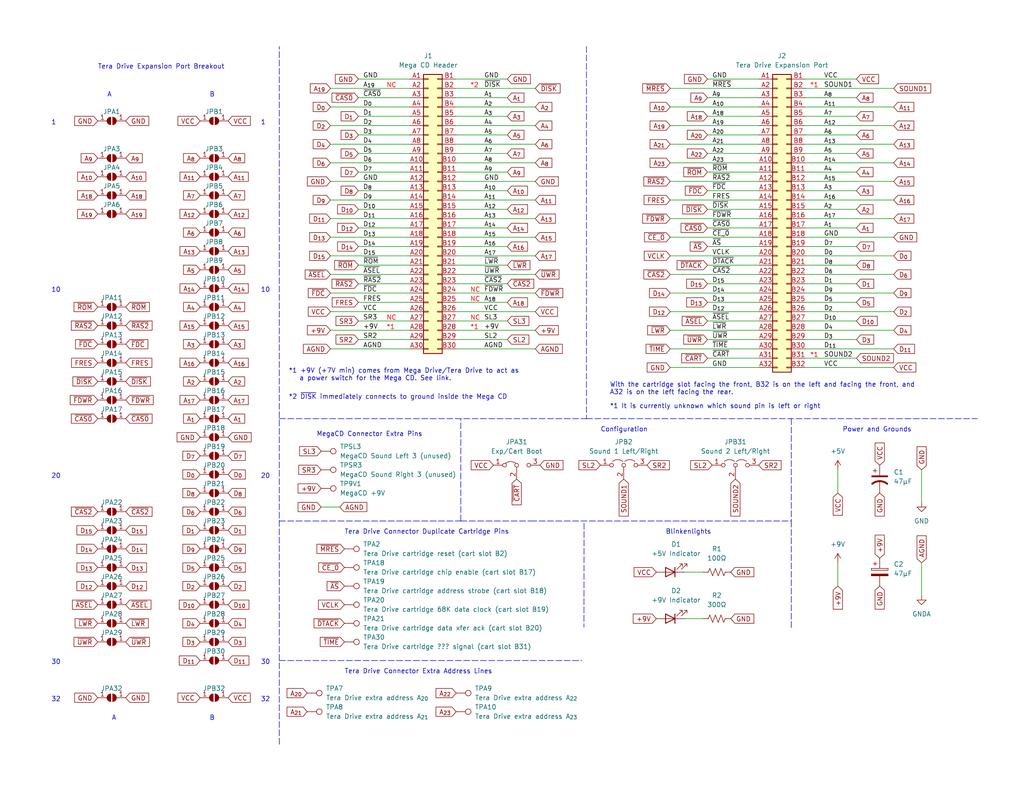
<source format=kicad_sch>
(kicad_sch (version 20230121) (generator eeschema)
  (paper "USLetter")
  (title_block (title "Sega Tera Drive MegaCD Adapter/Breakout") (date "2023-10-06") (rev "1") (company "@ZiggyTheHamster@ruby.social"))
  (wire (pts (xy 90.17 69.85) (xy 111.76 69.85)))
  (wire (pts (xy 124.46 24.13) (xy 146.05 24.13)))
  (wire (pts (xy 182.88 29.21) (xy 207.01 29.21)))
  (wire (pts (xy 219.71 34.29) (xy 243.84 34.29)))
  (wire (pts (xy 219.71 69.85) (xy 243.84 69.85)))
  (wire (pts (xy 219.71 97.79) (xy 233.68 97.79)))
  (wire (pts (xy 90.17 59.69) (xy 111.76 59.69)))
  (wire (pts (xy 193.04 41.91) (xy 207.01 41.91)))
  (wire (pts (xy 90.17 95.25) (xy 111.76 95.25)))
  (wire (pts (xy 219.71 54.61) (xy 243.84 54.61)))
  (wire (pts (xy 182.88 100.33) (xy 207.01 100.33)))
  (wire (pts (xy 124.46 92.71) (xy 138.43 92.71)))
  (wire (pts (xy 219.71 52.07) (xy 233.68 52.07)))
  (wire (pts (xy 182.88 80.01) (xy 207.01 80.01)))
  (wire (pts (xy 219.71 77.47) (xy 233.68 77.47)))
  (wire (pts (xy 251.46 153.67) (xy 251.46 162.56)))
  (wire (pts (xy 193.04 97.79) (xy 207.01 97.79)))
  (wire (pts (xy 124.46 46.99) (xy 138.43 46.99)))
  (wire (pts (xy 193.04 21.59) (xy 207.01 21.59)))
  (wire (pts (xy 193.04 72.39) (xy 207.01 72.39)))
  (wire (pts (xy 182.88 69.85) (xy 207.01 69.85)))
  (wire (pts (xy 124.46 90.17) (xy 146.05 90.17)))
  (wire (pts (xy 97.79 82.55) (xy 111.76 82.55)))
  (wire (pts (xy 90.17 44.45) (xy 111.76 44.45)))
  (wire (pts (xy 219.71 82.55) (xy 233.68 82.55)))
  (wire (pts (xy 219.71 57.15) (xy 233.68 57.15)))
  (wire (pts (xy 219.71 85.09) (xy 243.84 85.09)))
  (polyline (pts (xy 76.2 114.3) (xy 160.02 114.3)) (stroke (width 0) (type dash)))
  (wire (pts (xy 193.04 82.55) (xy 207.01 82.55)))
  (wire (pts (xy 182.88 64.77) (xy 207.01 64.77)))
  (wire (pts (xy 124.46 80.01) (xy 146.05 80.01)))
  (wire (pts (xy 124.46 77.47) (xy 138.43 77.47)))
  (wire (pts (xy 219.71 95.25) (xy 243.84 95.25)))
  (wire (pts (xy 219.71 87.63) (xy 233.68 87.63)))
  (wire (pts (xy 182.88 39.37) (xy 207.01 39.37)))
  (wire (pts (xy 182.88 59.69) (xy 207.01 59.69)))
  (wire (pts (xy 193.04 92.71) (xy 207.01 92.71)))
  (wire (pts (xy 97.79 87.63) (xy 111.76 87.63)))
  (polyline (pts (xy 215.9 114.3) (xy 215.9 142.24)) (stroke (width 0) (type dash)))
  (wire (pts (xy 182.88 85.09) (xy 207.01 85.09)))
  (wire (pts (xy 219.71 92.71) (xy 233.68 92.71)))
  (wire (pts (xy 219.71 26.67) (xy 233.68 26.67)))
  (wire (pts (xy 97.79 62.23) (xy 111.76 62.23)))
  (wire (pts (xy 97.79 31.75) (xy 111.76 31.75)))
  (wire (pts (xy 124.46 67.31) (xy 138.43 67.31)))
  (wire (pts (xy 193.04 57.15) (xy 207.01 57.15)))
  (wire (pts (xy 124.46 44.45) (xy 146.05 44.45)))
  (wire (pts (xy 90.17 80.01) (xy 111.76 80.01)))
  (wire (pts (xy 97.79 26.67) (xy 111.76 26.67)))
  (wire (pts (xy 193.04 52.07) (xy 207.01 52.07)))
  (wire (pts (xy 124.46 85.09) (xy 146.05 85.09)))
  (polyline (pts (xy 76.2 203.2) (xy 76.2 12.7)) (stroke (width 0) (type dash)))
  (wire (pts (xy 228.6 153.67) (xy 228.6 160.02)))
  (wire (pts (xy 97.79 67.31) (xy 111.76 67.31)))
  (wire (pts (xy 124.46 36.83) (xy 138.43 36.83)))
  (wire (pts (xy 182.88 74.93) (xy 207.01 74.93)))
  (wire (pts (xy 182.88 24.13) (xy 207.01 24.13)))
  (wire (pts (xy 97.79 21.59) (xy 111.76 21.59)))
  (polyline (pts (xy 125.73 142.24) (xy 125.73 114.3)) (stroke (width 0) (type dash)))
  (wire (pts (xy 97.79 57.15) (xy 111.76 57.15)))
  (wire (pts (xy 219.71 100.33) (xy 243.84 100.33)))
  (wire (pts (xy 97.79 46.99) (xy 111.76 46.99)))
  (wire (pts (xy 90.17 54.61) (xy 111.76 54.61)))
  (wire (pts (xy 90.17 24.13) (xy 111.76 24.13)))
  (wire (pts (xy 219.71 90.17) (xy 243.84 90.17)))
  (wire (pts (xy 97.79 52.07) (xy 111.76 52.07)))
  (polyline (pts (xy 215.9 142.24) (xy 215.9 171.45)) (stroke (width 0) (type dash)))
  (wire (pts (xy 219.71 31.75) (xy 233.68 31.75)))
  (wire (pts (xy 219.71 39.37) (xy 243.84 39.37)))
  (wire (pts (xy 193.04 31.75) (xy 207.01 31.75)))
  (wire (pts (xy 97.79 77.47) (xy 111.76 77.47)))
  (polyline (pts (xy 160.02 12.7) (xy 160.02 114.3)) (stroke (width 0) (type dash)))
  (wire (pts (xy 124.46 26.67) (xy 138.43 26.67)))
  (wire (pts (xy 97.79 72.39) (xy 111.76 72.39)))
  (wire (pts (xy 219.71 44.45) (xy 243.84 44.45)))
  (wire (pts (xy 219.71 80.01) (xy 243.84 80.01)))
  (wire (pts (xy 193.04 77.47) (xy 207.01 77.47)))
  (wire (pts (xy 219.71 49.53) (xy 243.84 49.53)))
  (wire (pts (xy 219.71 29.21) (xy 243.84 29.21)))
  (polyline (pts (xy 76.2 180.34) (xy 144.78 180.34)) (stroke (width 0) (type dash)))
  (wire (pts (xy 219.71 72.39) (xy 233.68 72.39)))
  (wire (pts (xy 186.69 156.21) (xy 191.77 156.21)))
  (wire (pts (xy 124.46 87.63) (xy 138.43 87.63)))
  (wire (pts (xy 124.46 21.59) (xy 138.43 21.59)))
  (polyline (pts (xy 144.78 142.24) (xy 215.9 142.24)) (stroke (width 0) (type dash)))
  (wire (pts (xy 97.79 41.91) (xy 111.76 41.91)))
  (wire (pts (xy 124.46 82.55) (xy 138.43 82.55)))
  (wire (pts (xy 193.04 67.31) (xy 207.01 67.31)))
  (wire (pts (xy 90.17 64.77) (xy 111.76 64.77)))
  (polyline (pts (xy 144.78 180.34) (xy 158.75 180.34)) (stroke (width 0) (type dash)))
  (wire (pts (xy 124.46 59.69) (xy 146.05 59.69)))
  (polyline (pts (xy 159.3608 142.8354) (xy 159.3312 171.2395)) (stroke (width 0) (type dash)))
  (polyline (pts (xy 76.2 142.24) (xy 125.73 142.24)) (stroke (width 0) (type dash)))
  (wire (pts (xy 124.46 69.85) (xy 146.05 69.85)))
  (wire (pts (xy 219.71 62.23) (xy 233.68 62.23)))
  (wire (pts (xy 124.46 54.61) (xy 146.05 54.61)))
  (wire (pts (xy 219.71 67.31) (xy 233.68 67.31)))
  (wire (pts (xy 219.71 59.69) (xy 243.84 59.69)))
  (wire (pts (xy 90.17 49.53) (xy 111.76 49.53)))
  (wire (pts (xy 182.88 49.53) (xy 207.01 49.53)))
  (wire (pts (xy 87.63 138.43) (xy 92.71 138.43)))
  (wire (pts (xy 124.46 41.91) (xy 138.43 41.91)))
  (wire (pts (xy 228.6 128.27) (xy 228.6 134.62)))
  (wire (pts (xy 90.17 74.93) (xy 111.76 74.93)))
  (wire (pts (xy 193.04 26.67) (xy 207.01 26.67)))
  (wire (pts (xy 182.88 95.25) (xy 207.01 95.25)))
  (wire (pts (xy 219.71 41.91) (xy 233.68 41.91)))
  (wire (pts (xy 124.46 34.29) (xy 146.05 34.29)))
  (wire (pts (xy 186.69 168.91) (xy 191.77 168.91)))
  (wire (pts (xy 219.71 21.59) (xy 233.68 21.59)))
  (wire (pts (xy 124.46 31.75) (xy 138.43 31.75)))
  (wire (pts (xy 219.71 36.83) (xy 233.68 36.83)))
  (wire (pts (xy 124.46 95.25) (xy 146.05 95.25)))
  (wire (pts (xy 124.46 57.15) (xy 138.43 57.15)))
  (wire (pts (xy 193.04 46.99) (xy 207.01 46.99)))
  (polyline (pts (xy 160.02 114.3) (xy 266.7 114.3)) (stroke (width 0) (type dash)))
  (wire (pts (xy 124.46 39.37) (xy 146.05 39.37)))
  (wire (pts (xy 182.88 90.17) (xy 207.01 90.17)))
  (wire (pts (xy 124.46 62.23) (xy 138.43 62.23)))
  (wire (pts (xy 193.04 36.83) (xy 207.01 36.83)))
  (wire (pts (xy 182.88 34.29) (xy 207.01 34.29)))
  (wire (pts (xy 90.17 90.17) (xy 111.76 90.17)))
  (wire (pts (xy 193.04 62.23) (xy 207.01 62.23)))
  (wire (pts (xy 193.04 87.63) (xy 207.01 87.63)))
  (wire (pts (xy 124.46 52.07) (xy 138.43 52.07)))
  (wire (pts (xy 124.46 74.93) (xy 146.05 74.93)))
  (wire (pts (xy 219.71 64.77) (xy 243.84 64.77)))
  (wire (pts (xy 97.79 92.71) (xy 111.76 92.71)))
  (wire (pts (xy 182.88 44.45) (xy 207.01 44.45)))
  (wire (pts (xy 90.17 85.09) (xy 111.76 85.09)))
  (wire (pts (xy 90.17 29.21) (xy 111.76 29.21)))
  (wire (pts (xy 124.46 72.39) (xy 138.43 72.39)))
  (wire (pts (xy 251.46 128.27) (xy 251.46 137.16)))
  (wire (pts (xy 97.79 36.83) (xy 111.76 36.83)))
  (wire (pts (xy 219.71 24.13) (xy 243.84 24.13)))
  (wire (pts (xy 124.46 29.21) (xy 146.05 29.21)))
  (wire (pts (xy 124.46 49.53) (xy 146.05 49.53)))
  (wire (pts (xy 124.46 64.77) (xy 146.05 64.77)))
  (wire (pts (xy 90.17 39.37) (xy 111.76 39.37)))
  (wire (pts (xy 219.71 74.93) (xy 243.84 74.93)))
  (wire (pts (xy 219.71 46.99) (xy 233.68 46.99)))
  (polyline (pts (xy 125.73 142.24) (xy 144.78 142.24)) (stroke (width 0) (type dash)))
  (wire (pts (xy 182.88 54.61) (xy 207.01 54.61)))
  (wire (pts (xy 90.17 34.29) (xy 111.76 34.29)))
  (text "*1" (at 220.98 24.13 0) (effects (font (size 1.27 1.27)) (justify left bottom)))
  (text "Tera Drive Connector Extra Address Lines" (at 93.98 184.15 0) (effects (font (size 1.27 1.27)) (justify left bottom)))
  (text "20" (at 71.12 130.81 0) (effects (font (size 1.27 1.27)) (justify left bottom)))
  (text "32" (at 13.97 191.77 0) (effects (font (size 1.27 1.27)) (justify left bottom)))
  (text "NC" (at 128.27 80.01 0) (effects (font (size 1.27 1.27)) (justify left bottom)))
  (text "A" (at 30.48 196.85 0) (effects (font (size 1.27 1.27)) (justify left bottom)))
  (text "With the cartridge slot facing the front, B32 is on the left and facing the front, and\nA32 is on the left facing the rear." (at 166.37 107.95 0) (effects (font (size 1.27 1.27)) (justify left bottom)))
  (text "20" (at 13.97 130.81 0) (effects (font (size 1.27 1.27)) (justify left bottom)))
  (text "Blinkenlights" (at 181.61 146.05 0) (effects (font (size 1.27 1.27)) (justify left bottom)))
  (text "Power and Grounds" (at 229.87 118.11 0) (effects (font (size 1.27 1.27)) (justify left bottom)))
  (text "Configuration" (at 163.83 118.11 0) (effects (font (size 1.27 1.27)) (justify left bottom)))
  (text "NC" (at 128.27 82.55 0) (effects (font (size 1.27 1.27)) (justify left bottom)))
  (text "NC" (at 105.41 87.63 0) (effects (font (size 1.27 1.27)) (justify left bottom)))
  (text "*1 It is currently unknown which sound pin is left or right" (at 166.37 111.76 0) (effects (font (size 1.27 1.27)) (justify left bottom)))
  (text "Tera Drive Connector Duplicate Cartridge Pins" (at 93.98 146.05 0) (effects (font (size 1.27 1.27)) (justify left bottom)))
  (text "*1 +9V (+7V min) comes from Mega Drive/Tera Drive to act as\n   a power switch for the Mega CD. See link." (at 78.74 104.14 0) (effects (font (size 1.27 1.27)) (justify left bottom)))
  (text "30" (at 13.97 181.61 0) (effects (font (size 1.27 1.27)) (justify left bottom)))
  (text "30" (at 71.12 181.61 0) (effects (font (size 1.27 1.27)) (justify left bottom)))
  (text "10" (at 71.12 80.01 0) (effects (font (size 1.27 1.27)) (justify left bottom)))
  (text "*2 ~{DISK} immediately connects to ground inside the Mega CD" (at 78.74 109.22 0) (effects (font (size 1.27 1.27)) (justify left bottom)))
  (text "*1" (at 220.98 97.79 0) (effects (font (size 1.27 1.27)) (justify left bottom)))
  (text "A" (at 29.21 26.67 0) (effects (font (size 1.27 1.27)) (justify left bottom)))
  (text "B" (at 57.15 26.67 0) (effects (font (size 1.27 1.27)) (justify left bottom)))
  (text "MegaCD Connector Extra Pins" (at 86.36 119.38 0) (effects (font (size 1.27 1.27)) (justify left bottom)))
  (text "32" (at 71.12 191.77 0) (effects (font (size 1.27 1.27)) (justify left bottom)))
  (text "B" (at 57.15 196.85 0) (effects (font (size 1.27 1.27)) (justify left bottom)))
  (text "*2" (at 128.27 24.13 0) (effects (font (size 1.27 1.27)) (justify left bottom)))
  (text "1" (at 13.97 34.29 0) (effects (font (size 1.27 1.27)) (justify left bottom)))
  (text "NC" (at 128.27 87.63 0) (effects (font (size 1.27 1.27)) (justify left bottom)))
  (text "Tera Drive Expansion Port Breakout" (at 26.67 19.05 0) (effects (font (size 1.27 1.27)) (justify left bottom)))
  (text "1" (at 71.12 34.29 0) (effects (font (size 1.27 1.27)) (justify left bottom)))
  (text "*1" (at 105.41 90.17 0) (effects (font (size 1.27 1.27)) (justify left bottom)))
  (text "NC" (at 105.41 24.13 0) (effects (font (size 1.27 1.27)) (justify left bottom)))
  (text "10" (at 13.97 80.01 0) (effects (font (size 1.27 1.27)) (justify left bottom)))
  (text "*1" (at 128.27 90.17 0) (effects (font (size 1.27 1.27)) (justify left bottom)))
  (label "A_{19}" (at 99.06 24.13 0))
  (label "A_{19}" (at 194.31 34.29 0))
  (label "~{UWR}" (at 132.08 74.93 0))
  (label "D_{14}" (at 194.31 80.01 0))
  (label "A_{15}" (at 132.08 64.77 0))
  (label "A_{23}" (at 194.31 44.45 0))
  (label "VCC" (at 132.08 85.09 0))
  (label "A_{12}" (at 224.79 34.29 0))
  (label "GND" (at 194.31 100.33 0))
  (label "GND" (at 132.08 49.53 0))
  (label "A_{8}" (at 132.08 44.45 0))
  (label "D_{7}" (at 99.06 46.99 0))
  (label "D_{0}" (at 224.79 69.85 0))
  (label "VCC" (at 224.79 100.33 0))
  (label "A_{17}" (at 132.08 69.85 0))
  (label "D_{9}" (at 99.06 54.61 0))
  (label "A_{15}" (at 224.79 49.53 0))
  (label "~{ROM}" (at 99.06 72.39 0))
  (label "A_{18}" (at 194.31 31.75 0))
  (label "~{AS}" (at 194.31 67.31 0))
  (label "D_{13}" (at 194.31 82.55 0))
  (label "GND" (at 99.06 21.59 0))
  (label "SR2" (at 99.06 92.71 0))
  (label "A_{14}" (at 132.08 62.23 0))
  (label "A_{13}" (at 224.79 39.37 0))
  (label "D_{6}" (at 224.79 74.93 0))
  (label "A_{5}" (at 132.08 36.83 0))
  (label "D_{3}" (at 99.06 36.83 0))
  (label "D_{12}" (at 194.31 85.09 0))
  (label "A_{9}" (at 194.31 26.67 0))
  (label "D_{11}" (at 99.06 59.69 0))
  (label "GND" (at 194.31 21.59 0))
  (label "D_{10}" (at 224.79 87.63 0))
  (label "D_{13}" (at 99.06 64.77 0))
  (label "D_{4}" (at 224.79 90.17 0))
  (label "A_{2}" (at 132.08 29.21 0))
  (label "SL2" (at 132.08 92.71 0))
  (label "D_{3}" (at 224.79 92.71 0))
  (label "~{FDWR}" (at 194.31 59.69 0))
  (label "~{DISK}" (at 194.31 57.15 0))
  (label "VCLK" (at 194.31 69.85 0))
  (label "FRES" (at 99.06 82.55 0))
  (label "SR3" (at 99.06 87.63 0))
  (label "D_{0}" (at 99.06 29.21 0))
  (label "D_{11}" (at 224.79 95.25 0))
  (label "D_{5}" (at 99.06 41.91 0))
  (label "+9V" (at 99.06 90.17 0))
  (label "D_{1}" (at 99.06 31.75 0))
  (label "GND" (at 132.08 21.59 0))
  (label "A_{13}" (at 132.08 59.69 0))
  (label "GND" (at 224.79 64.77 0))
  (label "~{RAS2}" (at 194.31 49.53 0))
  (label "~{CAS2}" (at 194.31 74.93 0))
  (label "A_{18}" (at 132.08 82.55 0))
  (label "A_{20}" (at 194.31 36.83 0))
  (label "AGND" (at 132.08 95.25 0))
  (label "A_{7}" (at 132.08 41.91 0))
  (label "SL3" (at 132.08 87.63 0))
  (label "A_{7}" (at 224.79 31.75 0))
  (label "~{ASEL}" (at 194.31 87.63 0))
  (label "A_{9}" (at 132.08 46.99 0))
  (label "D_{8}" (at 99.06 52.07 0))
  (label "~{TIME}" (at 194.31 95.25 0))
  (label "VCC" (at 99.06 85.09 0))
  (label "~{CAS2}" (at 132.08 77.47 0))
  (label "VCC" (at 224.79 21.59 0))
  (label "A_{3}" (at 224.79 52.07 0))
  (label "~{RAS2}" (at 99.06 77.47 0))
  (label "~{UWR}" (at 194.31 92.71 0))
  (label "~{FDC}" (at 99.06 80.01 0))
  (label "A_{5}" (at 224.79 41.91 0))
  (label "A_{12}" (at 132.08 57.15 0))
  (label "D_{12}" (at 99.06 62.23 0))
  (label "A_{6}" (at 132.08 39.37 0))
  (label "FRES" (at 194.31 54.61 0))
  (label "+9V" (at 132.08 90.17 0))
  (label "~{LWR}" (at 132.08 72.39 0))
  (label "~{ASEL}" (at 99.06 74.93 0))
  (label "D_{2}" (at 224.79 85.09 0))
  (label "A_{10}" (at 194.31 29.21 0))
  (label "D_{2}" (at 99.06 34.29 0))
  (label "D_{5}" (at 224.79 82.55 0))
  (label "~{MRES}" (at 194.31 24.13 0))
  (label "~{FDC}" (at 194.31 52.07 0))
  (label "A_{17}" (at 224.79 59.69 0))
  (label "A_{10}" (at 132.08 52.07 0))
  (label "A_{6}" (at 224.79 36.83 0))
  (label "D_{1}" (at 224.79 77.47 0))
  (label "~{CE_0}" (at 194.31 64.77 0))
  (label "A_{1}" (at 132.08 26.67 0))
  (label "D_{4}" (at 99.06 39.37 0))
  (label "A_{4}" (at 132.08 34.29 0))
  (label "D_{10}" (at 99.06 57.15 0))
  (label "D_{8}" (at 224.79 72.39 0))
  (label "A_{2}" (at 224.79 57.15 0))
  (label "A_{11}" (at 132.08 54.61 0))
  (label "A_{14}" (at 224.79 44.45 0))
  (label "D_{15}" (at 99.06 69.85 0))
  (label "~{DISK}" (at 132.08 24.13 0))
  (label "A_{21}" (at 194.31 39.37 0))
  (label "D_{9}" (at 224.79 80.01 0))
  (label "AGND" (at 99.06 95.25 0))
  (label "D_{6}" (at 99.06 44.45 0))
  (label "SOUND2" (at 224.79 97.79 0))
  (label "A_{16}" (at 132.08 67.31 0))
  (label "~{DTACK}" (at 194.31 72.39 0))
  (label "~{LWR}" (at 194.31 90.17 0))
  (label "GND" (at 99.06 49.53 0))
  (label "~{CAS0}" (at 99.06 26.67 0))
  (label "A_{11}" (at 224.79 29.21 0))
  (label "~{ROM}" (at 194.31 46.99 0))
  (label "A_{4}" (at 224.79 46.99 0))
  (label "D_{7}" (at 224.79 67.31 0))
  (label "~{CART}" (at 194.31 97.79 0))
  (label "~{FDWR}" (at 132.08 80.01 0))
  (label "A_{8}" (at 224.79 26.67 0))
  (label "A_{16}" (at 224.79 54.61 0))
  (label "D_{14}" (at 99.06 67.31 0))
  (label "D_{15}" (at 194.31 77.47 0))
  (label "A_{22}" (at 194.31 41.91 0))
  (label "SOUND1" (at 224.79 24.13 0))
  (label "A_{1}" (at 224.79 62.23 0))
  (label "~{CAS0}" (at 194.31 62.23 0))
  (label "A_{3}" (at 132.08 31.75 0))
  (global_label "GND" (shape input) (at 34.29 33.02 0) (property "Intersheetrefs" "${INTERSHEET_REFS}" (effects hide)))
  (global_label "~{CAS2}" (shape input) (at 34.29 139.7 0) (property "Intersheetrefs" "${INTERSHEET_REFS}" (effects hide)))
  (global_label "A_{14}" (shape input) (at 243.84 44.45 0) (property "Intersheetrefs" "${INTERSHEET_REFS}" (effects hide)))
  (global_label "D_{0}" (shape input) (at 243.84 69.85 0) (property "Intersheetrefs" "${INTERSHEET_REFS}" (effects hide)))
  (global_label "~{CAS0}" (shape input) (at 97.79 26.67 180) (property "Intersheetrefs" "${INTERSHEET_REFS}" (effects hide)))
  (global_label "A_{7}" (shape input) (at 233.68 31.75 0) (property "Intersheetrefs" "${INTERSHEET_REFS}" (effects hide)))
  (global_label "GND" (shape input) (at 251.46 128.27 90) (property "Intersheetrefs" "${INTERSHEET_REFS}" (effects hide)))
  (global_label "GND" (shape input) (at 240.03 134.62 270) (property "Intersheetrefs" "${INTERSHEET_REFS}" (effects hide)))
  (global_label "VCC" (shape input) (at 233.68 21.59 0) (property "Intersheetrefs" "${INTERSHEET_REFS}" (effects hide)))
  (global_label "D_{10}" (shape input) (at 62.23 165.1 0) (property "Intersheetrefs" "${INTERSHEET_REFS}" (effects hide)))
  (global_label "~{CAS2}" (shape input) (at 182.88 74.93 180) (property "Intersheetrefs" "${INTERSHEET_REFS}" (effects hide)))
  (global_label "~{AS}" (shape input) (at 193.04 67.31 180) (property "Intersheetrefs" "${INTERSHEET_REFS}" (effects hide)))
  (global_label "D_{12}" (shape input) (at 34.29 160.02 0) (property "Intersheetrefs" "${INTERSHEET_REFS}" (effects hide)))
  (global_label "A_{1}" (shape input) (at 54.61 114.3 180) (property "Intersheetrefs" "${INTERSHEET_REFS}" (effects hide)))
  (global_label "D_{2}" (shape input) (at 243.84 85.09 0) (property "Intersheetrefs" "${INTERSHEET_REFS}" (effects hide)))
  (global_label "D_{15}" (shape input) (at 193.04 77.47 180) (property "Intersheetrefs" "${INTERSHEET_REFS}" (effects hide)))
  (global_label "D_{11}" (shape input) (at 54.61 180.34 180) (property "Intersheetrefs" "${INTERSHEET_REFS}" (effects hide)))
  (global_label "A_{20}" (shape input) (at 83.82 189.23 180) (property "Intersheetrefs" "${INTERSHEET_REFS}" (effects hide)))
  (global_label "A_{8}" (shape input) (at 146.05 44.45 0) (property "Intersheetrefs" "${INTERSHEET_REFS}" (effects hide)))
  (global_label "D_{14}" (shape input) (at 34.29 149.86 0) (property "Intersheetrefs" "${INTERSHEET_REFS}" (effects hide)))
  (global_label "FRES" (shape input) (at 34.29 99.06 0) (property "Intersheetrefs" "${INTERSHEET_REFS}" (effects hide)))
  (global_label "~{CAS2}" (shape input) (at 26.67 139.7 180) (property "Intersheetrefs" "${INTERSHEET_REFS}" (effects hide)))
  (global_label "D_{15}" (shape input) (at 90.17 69.85 180) (property "Intersheetrefs" "${INTERSHEET_REFS}" (effects hide)))
  (global_label "A_{11}" (shape input) (at 146.05 54.61 0) (property "Intersheetrefs" "${INTERSHEET_REFS}" (effects hide)))
  (global_label "D_{6}" (shape input) (at 243.84 74.93 0) (property "Intersheetrefs" "${INTERSHEET_REFS}" (effects hide)))
  (global_label "A_{7}" (shape input) (at 54.61 53.34 180) (property "Intersheetrefs" "${INTERSHEET_REFS}" (effects hide)))
  (global_label "D_{9}" (shape input) (at 90.17 54.61 180) (property "Intersheetrefs" "${INTERSHEET_REFS}" (effects hide)))
  (global_label "A_{12}" (shape input) (at 62.23 58.42 0) (property "Intersheetrefs" "${INTERSHEET_REFS}" (effects hide)))
  (global_label "~{LWR}" (shape input) (at 182.88 90.17 180) (property "Intersheetrefs" "${INTERSHEET_REFS}" (effects hide)))
  (global_label "D_{6}" (shape input) (at 90.17 44.45 180) (property "Intersheetrefs" "${INTERSHEET_REFS}" (effects hide)))
  (global_label "GND" (shape input) (at 240.03 160.02 270) (property "Intersheetrefs" "${INTERSHEET_REFS}" (effects hide)))
  (global_label "~{AS}" (shape input) (at 93.98 160.02 180) (property "Intersheetrefs" "${INTERSHEET_REFS}" (effects hide)))
  (global_label "SR3" (shape input) (at 97.79 87.63 180) (property "Intersheetrefs" "${INTERSHEET_REFS}" (effects hide)))
  (global_label "A_{3}" (shape input) (at 138.43 31.75 0) (property "Intersheetrefs" "${INTERSHEET_REFS}" (effects hide)))
  (global_label "A_{9}" (shape input) (at 34.29 43.18 0) (property "Intersheetrefs" "${INTERSHEET_REFS}" (effects hide)))
  (global_label "~{LWR}" (shape input) (at 34.29 170.18 0) (property "Intersheetrefs" "${INTERSHEET_REFS}" (effects hide)))
  (global_label "D_{4}" (shape input) (at 54.61 170.18 180) (property "Intersheetrefs" "${INTERSHEET_REFS}" (effects hide)))
  (global_label "A_{9}" (shape input) (at 138.43 46.99 0) (property "Intersheetrefs" "${INTERSHEET_REFS}" (effects hide)))
  (global_label "A_{11}" (shape input) (at 54.61 48.26 180) (property "Intersheetrefs" "${INTERSHEET_REFS}" (effects hide)))
  (global_label "A_{11}" (shape input) (at 243.84 29.21 0) (property "Intersheetrefs" "${INTERSHEET_REFS}" (effects hide)))
  (global_label "D_{1}" (shape input) (at 97.79 31.75 180) (property "Intersheetrefs" "${INTERSHEET_REFS}" (effects hide)))
  (global_label "D_{3}" (shape input) (at 233.68 92.71 0) (property "Intersheetrefs" "${INTERSHEET_REFS}" (effects hide)))
  (global_label "~{RAS2}" (shape input) (at 182.88 49.53 180) (property "Intersheetrefs" "${INTERSHEET_REFS}" (effects hide)))
  (global_label "D_{13}" (shape input) (at 90.17 64.77 180) (property "Intersheetrefs" "${INTERSHEET_REFS}" (effects hide)))
  (global_label "A_{7}" (shape input) (at 138.43 41.91 0) (property "Intersheetrefs" "${INTERSHEET_REFS}" (effects hide)))
  (global_label "A_{5}" (shape input) (at 54.61 73.66 180) (property "Intersheetrefs" "${INTERSHEET_REFS}" (effects hide)))
  (global_label "VCC" (shape input) (at 62.23 190.5 0) (property "Intersheetrefs" "${INTERSHEET_REFS}" (effects hide)))
  (global_label "A_{19}" (shape input) (at 26.67 58.42 180) (property "Intersheetrefs" "${INTERSHEET_REFS}" (effects hide)))
  (global_label "SR3" (shape input) (at 87.63 128.27 180) (property "Intersheetrefs" "${INTERSHEET_REFS}" (effects hide)))
  (global_label "+9V" (shape input) (at 240.03 152.4 90) (property "Intersheetrefs" "${INTERSHEET_REFS}" (effects hide)))
  (global_label "A_{19}" (shape input) (at 34.29 58.42 0) (property "Intersheetrefs" "${INTERSHEET_REFS}" (effects hide)))
  (global_label "SOUND1" (shape input) (at 243.84 24.13 0) (property "Intersheetrefs" "${INTERSHEET_REFS}" (effects hide)))
  (global_label "VCLK" (shape input) (at 182.88 69.85 180) (property "Intersheetrefs" "${INTERSHEET_REFS}" (effects hide)))
  (global_label "D_{10}" (shape input) (at 54.61 165.1 180) (property "Intersheetrefs" "${INTERSHEET_REFS}" (effects hide)))
  (global_label "~{ASEL}" (shape input) (at 90.17 74.93 180) (property "Intersheetrefs" "${INTERSHEET_REFS}" (effects hide)))
  (global_label "A_{12}" (shape input) (at 54.61 58.42 180) (property "Intersheetrefs" "${INTERSHEET_REFS}" (effects hide)))
  (global_label "GND" (shape input) (at 97.79 21.59 180) (property "Intersheetrefs" "${INTERSHEET_REFS}" (effects hide)))
  (global_label "~{DTACK}" (shape input) (at 93.98 170.18 180) (property "Intersheetrefs" "${INTERSHEET_REFS}" (effects hide)))
  (global_label "GND" (shape input) (at 193.04 21.59 180) (property "Intersheetrefs" "${INTERSHEET_REFS}" (effects hide)))
  (global_label "~{UWR}" (shape input) (at 193.04 92.71 180) (property "Intersheetrefs" "${INTERSHEET_REFS}" (effects hide)))
  (global_label "A_{14}" (shape input) (at 62.23 78.74 0) (property "Intersheetrefs" "${INTERSHEET_REFS}" (effects hide)))
  (global_label "VCC" (shape input) (at 62.23 33.02 0) (property "Intersheetrefs" "${INTERSHEET_REFS}" (effects hide)))
  (global_label "D_{6}" (shape input) (at 54.61 139.7 180) (property "Intersheetrefs" "${INTERSHEET_REFS}" (effects hide)))
  (global_label "~{UWR}" (shape input) (at 34.29 175.26 0) (property "Intersheetrefs" "${INTERSHEET_REFS}" (effects hide)))
  (global_label "~{UWR}" (shape input) (at 146.05 74.93 0) (property "Intersheetrefs" "${INTERSHEET_REFS}" (effects hide)))
  (global_label "D_{13}" (shape input) (at 34.29 154.94 0) (property "Intersheetrefs" "${INTERSHEET_REFS}" (effects hide)))
  (global_label "A_{3}" (shape input) (at 62.23 93.98 0) (property "Intersheetrefs" "${INTERSHEET_REFS}" (effects hide)))
  (global_label "~{CE_0}" (shape input) (at 182.88 64.77 180) (property "Intersheetrefs" "${INTERSHEET_REFS}" (effects hide)))
  (global_label "D_{1}" (shape input) (at 62.23 144.78 0) (property "Intersheetrefs" "${INTERSHEET_REFS}" (effects hide)))
  (global_label "~{CAS2}" (shape input) (at 138.43 77.47 0) (property "Intersheetrefs" "${INTERSHEET_REFS}" (effects hide)))
  (global_label "D_{1}" (shape input) (at 54.61 144.78 180) (property "Intersheetrefs" "${INTERSHEET_REFS}" (effects hide)))
  (global_label "A_{16}" (shape input) (at 243.84 54.61 0) (property "Intersheetrefs" "${INTERSHEET_REFS}" (effects hide)))
  (global_label "A_{17}" (shape input) (at 146.05 69.85 0) (property "Intersheetrefs" "${INTERSHEET_REFS}" (effects hide)))
  (global_label "A_{15}" (shape input) (at 243.84 49.53 0) (property "Intersheetrefs" "${INTERSHEET_REFS}" (effects hide)))
  (global_label "A_{10}" (shape input) (at 34.29 48.26 0) (property "Intersheetrefs" "${INTERSHEET_REFS}" (effects hide)))
  (global_label "~{FDWR}" (shape input) (at 146.05 80.01 0) (property "Intersheetrefs" "${INTERSHEET_REFS}" (effects hide)))
  (global_label "D_{7}" (shape input) (at 97.79 46.99 180) (property "Intersheetrefs" "${INTERSHEET_REFS}" (effects hide)))
  (global_label "D_{5}" (shape input) (at 233.68 82.55 0) (property "Intersheetrefs" "${INTERSHEET_REFS}" (effects hide)))
  (global_label "D_{0}" (shape input) (at 90.17 29.21 180) (property "Intersheetrefs" "${INTERSHEET_REFS}" (effects hide)))
  (global_label "~{DISK}" (shape input) (at 146.05 24.13 0) (property "Intersheetrefs" "${INTERSHEET_REFS}" (effects hide)))
  (global_label "D_{5}" (shape input) (at 97.79 41.91 180) (property "Intersheetrefs" "${INTERSHEET_REFS}" (effects hide)))
  (global_label "GND" (shape input) (at 199.39 168.91 0) (property "Intersheetrefs" "${INTERSHEET_REFS}" (effects hide)))
  (global_label "SL3" (shape input) (at 87.63 123.19 180) (property "Intersheetrefs" "${INTERSHEET_REFS}" (effects hide)))
  (global_label "A_{13}" (shape input) (at 62.23 68.58 0) (property "Intersheetrefs" "${INTERSHEET_REFS}" (effects hide)))
  (global_label "~{TIME}" (shape input) (at 93.98 175.26 180) (property "Intersheetrefs" "${INTERSHEET_REFS}" (effects hide)))
  (global_label "A_{15}" (shape input) (at 54.61 88.9 180) (property "Intersheetrefs" "${INTERSHEET_REFS}" (effects hide)))
  (global_label "~{FDC}" (shape input) (at 34.29 93.98 0) (property "Intersheetrefs" "${INTERSHEET_REFS}" (effects hide)))
  (global_label "D_{7}" (shape input) (at 54.61 124.46 180) (property "Intersheetrefs" "${INTERSHEET_REFS}" (effects hide)))
  (global_label "A_{6}" (shape input) (at 62.23 63.5 0) (property "Intersheetrefs" "${INTERSHEET_REFS}" (effects hide)))
  (global_label "~{FDC}" (shape input) (at 90.17 80.01 180) (property "Intersheetrefs" "${INTERSHEET_REFS}" (effects hide)))
  (global_label "D_{9}" (shape input) (at 243.84 80.01 0) (property "Intersheetrefs" "${INTERSHEET_REFS}" (effects hide)))
  (global_label "A_{13}" (shape input) (at 243.84 39.37 0) (property "Intersheetrefs" "${INTERSHEET_REFS}" (effects hide)))
  (global_label "A_{23}" (shape input) (at 124.46 194.31 180) (property "Intersheetrefs" "${INTERSHEET_REFS}" (effects hide)))
  (global_label "A_{20}" (shape input) (at 193.04 36.83 180) (property "Intersheetrefs" "${INTERSHEET_REFS}" (effects hide)))
  (global_label "SOUND2" (shape input) (at 233.68 97.79 0) (property "Intersheetrefs" "${INTERSHEET_REFS}" (effects hide)))
  (global_label "VCC" (shape input) (at 228.6 134.62 270) (property "Intersheetrefs" "${INTERSHEET_REFS}" (effects hide)))
  (global_label "FRES" (shape input) (at 97.79 82.55 180) (property "Intersheetrefs" "${INTERSHEET_REFS}" (effects hide)))
  (global_label "VCC" (shape input) (at 243.84 100.33 0) (property "Intersheetrefs" "${INTERSHEET_REFS}" (effects hide)))
  (global_label "A_{4}" (shape input) (at 146.05 34.29 0) (property "Intersheetrefs" "${INTERSHEET_REFS}" (effects hide)))
  (global_label "A_{16}" (shape input) (at 138.43 67.31 0) (property "Intersheetrefs" "${INTERSHEET_REFS}" (effects hide)))
  (global_label "D_{8}" (shape input) (at 62.23 134.62 0) (property "Intersheetrefs" "${INTERSHEET_REFS}" (effects hide)))
  (global_label "A_{8}" (shape input) (at 62.23 43.18 0) (property "Intersheetrefs" "${INTERSHEET_REFS}" (effects hide)))
  (global_label "~{DISK}" (shape input) (at 193.04 57.15 180) (property "Intersheetrefs" "${INTERSHEET_REFS}" (effects hide)))
  (global_label "A_{18}" (shape input) (at 34.29 53.34 0) (property "Intersheetrefs" "${INTERSHEET_REFS}" (effects hide)))
  (global_label "D_{14}" (shape input) (at 97.79 67.31 180) (property "Intersheetrefs" "${INTERSHEET_REFS}" (effects hide)))
  (global_label "SR2" (shape input) (at 176.53 127 0) (property "Intersheetrefs" "${INTERSHEET_REFS}" (effects hide)))
  (global_label "A_{4}" (shape input) (at 54.61 83.82 180) (property "Intersheetrefs" "${INTERSHEET_REFS}" (effects hide)))
  (global_label "D_{10}" (shape input) (at 233.68 87.63 0) (property "Intersheetrefs" "${INTERSHEET_REFS}" (effects hide)))
  (global_label "A_{17}" (shape input) (at 62.23 109.22 0) (property "Intersheetrefs" "${INTERSHEET_REFS}" (effects hide)))
  (global_label "~{RAS2}" (shape input) (at 97.79 77.47 180) (property "Intersheetrefs" "${INTERSHEET_REFS}" (effects hide)))
  (global_label "GND" (shape input) (at 34.29 190.5 0) (property "Intersheetrefs" "${INTERSHEET_REFS}" (effects hide)))
  (global_label "~{ROM}" (shape input) (at 193.04 46.99 180) (property "Intersheetrefs" "${INTERSHEET_REFS}" (effects hide)))
  (global_label "~{ASEL}" (shape input) (at 193.04 87.63 180) (property "Intersheetrefs" "${INTERSHEET_REFS}" (effects hide)))
  (global_label "AGND" (shape input) (at 146.05 95.25 0) (property "Intersheetrefs" "${INTERSHEET_REFS}" (effects hide)))
  (global_label "D_{9}" (shape input) (at 54.61 149.86 180) (property "Intersheetrefs" "${INTERSHEET_REFS}" (effects hide)))
  (global_label "D_{7}" (shape input) (at 62.23 124.46 0) (property "Intersheetrefs" "${INTERSHEET_REFS}" (effects hide)))
  (global_label "A_{22}" (shape input) (at 193.04 41.91 180) (property "Intersheetrefs" "${INTERSHEET_REFS}" (effects hide)))
  (global_label "~{CAS0}" (shape input) (at 193.04 62.23 180) (property "Intersheetrefs" "${INTERSHEET_REFS}" (effects hide)))
  (global_label "VCC" (shape input) (at 240.03 127 90) (property "Intersheetrefs" "${INTERSHEET_REFS}" (effects hide)))
  (global_label "D_{1}" (shape input) (at 233.68 77.47 0) (property "Intersheetrefs" "${INTERSHEET_REFS}" (effects hide)))
  (global_label "D_{3}" (shape input) (at 54.61 175.26 180) (property "Intersheetrefs" "${INTERSHEET_REFS}" (effects hide)))
  (global_label "D_{12}" (shape input) (at 182.88 85.09 180) (property "Intersheetrefs" "${INTERSHEET_REFS}" (effects hide)))
  (global_label "A_{1}" (shape input) (at 138.43 26.67 0) (property "Intersheetrefs" "${INTERSHEET_REFS}" (effects hide)))
  (global_label "A_{14}" (shape input) (at 54.61 78.74 180) (property "Intersheetrefs" "${INTERSHEET_REFS}" (effects hide)))
  (global_label "GND" (shape input) (at 26.67 190.5 180) (property "Intersheetrefs" "${INTERSHEET_REFS}" (effects hide)))
  (global_label "D_{4}" (shape input) (at 90.17 39.37 180) (property "Intersheetrefs" "${INTERSHEET_REFS}" (effects hide)))
  (global_label "~{FDWR}" (shape input) (at 182.88 59.69 180) (property "Intersheetrefs" "${INTERSHEET_REFS}" (effects hide)))
  (global_label "A_{5}" (shape input) (at 138.43 36.83 0) (property "Intersheetrefs" "${INTERSHEET_REFS}" (effects hide)))
  (global_label "FRES" (shape input) (at 182.88 54.61 180) (property "Intersheetrefs" "${INTERSHEET_REFS}" (effects hide)))
  (global_label "~{FDWR}" (shape input) (at 34.29 109.22 0) (property "Intersheetrefs" "${INTERSHEET_REFS}" (effects hide)))
  (global_label "A_{21}" (shape input) (at 182.88 39.37 180) (property "Intersheetrefs" "${INTERSHEET_REFS}" (effects hide)))
  (global_label "A_{22}" (shape input) (at 124.46 189.23 180) (property "Intersheetrefs" "${INTERSHEET_REFS}" (effects hide)))
  (global_label "A_{6}" (shape input) (at 54.61 63.5 180) (property "Intersheetrefs" "${INTERSHEET_REFS}" (effects hide)))
  (global_label "A_{3}" (shape input) (at 233.68 52.07 0) (property "Intersheetrefs" "${INTERSHEET_REFS}" (effects hide)))
  (global_label "AGND" (shape input) (at 90.17 95.25 180) (property "Intersheetrefs" "${INTERSHEET_REFS}" (effects hide)))
  (global_label "SL3" (shape input) (at 138.43 87.63 0) (property "Intersheetrefs" "${INTERSHEET_REFS}" (effects hide)))
  (global_label "D_{13}" (shape input) (at 193.04 82.55 180) (property "Intersheetrefs" "${INTERSHEET_REFS}" (effects hide)))
  (global_label "A_{18}" (shape input) (at 138.43 82.55 0) (property "Intersheetrefs" "${INTERSHEET_REFS}" (effects hide)))
  (global_label "A_{5}" (shape input) (at 62.23 73.66 0) (property "Intersheetrefs" "${INTERSHEET_REFS}" (effects hide)))
  (global_label "A_{3}" (shape input) (at 54.61 93.98 180) (property "Intersheetrefs" "${INTERSHEET_REFS}" (effects hide)))
  (global_label "~{FDWR}" (shape input) (at 26.67 109.22 180) (property "Intersheetrefs" "${INTERSHEET_REFS}" (effects hide)))
  (global_label "+9V" (shape input) (at 228.6 160.02 270) (property "Intersheetrefs" "${INTERSHEET_REFS}" (effects hide)))
  (global_label "~{FDC}" (shape input) (at 26.67 93.98 180) (property "Intersheetrefs" "${INTERSHEET_REFS}" (effects hide)))
  (global_label "A_{10}" (shape input) (at 26.67 48.26 180) (property "Intersheetrefs" "${INTERSHEET_REFS}" (effects hide)))
  (global_label "A_{21}" (shape input) (at 83.82 194.31 180) (property "Intersheetrefs" "${INTERSHEET_REFS}" (effects hide)))
  (global_label "+9V" (shape input) (at 90.17 90.17 180) (property "Intersheetrefs" "${INTERSHEET_REFS}" (effects hide)))
  (global_label "A_{6}" (shape input) (at 233.68 36.83 0) (property "Intersheetrefs" "${INTERSHEET_REFS}" (effects hide)))
  (global_label "D_{12}" (shape input) (at 97.79 62.23 180) (property "Intersheetrefs" "${INTERSHEET_REFS}" (effects hide)))
  (global_label "VCC" (shape input) (at 90.17 85.09 180) (property "Intersheetrefs" "${INTERSHEET_REFS}" (effects hide)))
  (global_label "A_{13}" (shape input) (at 146.05 59.69 0) (property "Intersheetrefs" "${INTERSHEET_REFS}" (effects hide)))
  (global_label "SOUND1" (shape input) (at 170.18 130.81 270) (property "Intersheetrefs" "${INTERSHEET_REFS}" (effects hide)))
  (global_label "~{LWR}" (shape input) (at 26.67 170.18 180) (property "Intersheetrefs" "${INTERSHEET_REFS}" (effects hide)))
  (global_label "GND" (shape input) (at 243.84 64.77 0) (property "Intersheetrefs" "${INTERSHEET_REFS}" (effects hide)))
  (global_label "D_{2}" (shape input) (at 62.23 160.02 0) (property "Intersheetrefs" "${INTERSHEET_REFS}" (effects hide)))
  (global_label "A_{14}" (shape input) (at 138.43 62.23 0) (property "Intersheetrefs" "${INTERSHEET_REFS}" (effects hide)))
  (global_label "A_{11}" (shape input) (at 62.23 48.26 0) (property "Intersheetrefs" "${INTERSHEET_REFS}" (effects hide)))
  (global_label "A_{12}" (shape input) (at 138.43 57.15 0) (property "Intersheetrefs" "${INTERSHEET_REFS}" (effects hide)))
  (global_label "D_{14}" (shape input) (at 26.67 149.86 180) (property "Intersheetrefs" "${INTERSHEET_REFS}" (effects hide)))
  (global_label "D_{10}" (shape input) (at 97.79 57.15 180) (property "Intersheetrefs" "${INTERSHEET_REFS}" (effects hide)))
  (global_label "A_{10}" (shape input) (at 182.88 29.21 180) (property "Intersheetrefs" "${INTERSHEET_REFS}" (effects hide)))
  (global_label "~{MRES}" (shape input) (at 182.88 24.13 180) (property "Intersheetrefs" "${INTERSHEET_REFS}" (effects hide)))
  (global_label "D_{0}" (shape input) (at 54.61 129.54 180) (property "Intersheetrefs" "${INTERSHEET_REFS}" (effects hide)))
  (global_label "A_{9}" (shape input) (at 193.04 26.67 180) (property "Intersheetrefs" "${INTERSHEET_REFS}" (effects hide)))
  (global_label "~{MRES}" (shape input) (at 93.98 149.86 180) (property "Intersheetrefs" "${INTERSHEET_REFS}" (effects hide)))
  (global_label "~{DISK}" (shape input) (at 34.29 104.14 0) (property "Intersheetrefs" "${INTERSHEET_REFS}" (effects hide)))
  (global_label "D_{14}" (shape input) (at 182.88 80.01 180) (property "Intersheetrefs" "${INTERSHEET_REFS}" (effects hide)))
  (global_label "D_{15}" (shape input) (at 34.29 144.78 0) (property "Intersheetrefs" "${INTERSHEET_REFS}" (effects hide)))
  (global_label "A_{4}" (shape input) (at 233.68 46.99 0) (property "Intersheetrefs" "${INTERSHEET_REFS}" (effects hide)))
  (global_label "GND" (shape input) (at 182.88 100.33 180) (property "Intersheetrefs" "${INTERSHEET_REFS}" (effects hide)))
  (global_label "A_{2}" (shape input) (at 62.23 104.14 0) (property "Intersheetrefs" "${INTERSHEET_REFS}" (effects hide)))
  (global_label "A_{18}" (shape input) (at 193.04 31.75 180) (property "Intersheetrefs" "${INTERSHEET_REFS}" (effects hide)))
  (global_label "D_{8}" (shape input) (at 97.79 52.07 180) (property "Intersheetrefs" "${INTERSHEET_REFS}" (effects hide)))
  (global_label "A_{16}" (shape input) (at 62.23 99.06 0) (property "Intersheetrefs" "${INTERSHEET_REFS}" (effects hide)))
  (global_label "D_{5}" (shape input) (at 62.23 154.94 0) (property "Intersheetrefs" "${INTERSHEET_REFS}" (effects hide)))
  (global_label "D_{0}" (shape input) (at 62.23 129.54 0) (property "Intersheetrefs" "${INTERSHEET_REFS}" (effects hide)))
  (global_label "D_{12}" (shape input) (at 26.67 160.02 180) (property "Intersheetrefs" "${INTERSHEET_REFS}" (effects hide)))
  (global_label "GND" (shape input) (at 26.67 33.02 180) (property "Intersheetrefs" "${INTERSHEET_REFS}" (effects hide)))
  (global_label "~{ASEL}" (shape input) (at 34.29 165.1 0) (property "Intersheetrefs" "${INTERSHEET_REFS}" (effects hide)))
  (global_label "~{RAS2}" (shape input) (at 34.29 88.9 0) (property "Intersheetrefs" "${INTERSHEET_REFS}" (effects hide)))
  (global_label "A_{13}" (shape input) (at 54.61 68.58 180) (property "Intersheetrefs" "${INTERSHEET_REFS}" (effects hide)))
  (global_label "A_{7}" (shape input) (at 62.23 53.34 0) (property "Intersheetrefs" "${INTERSHEET_REFS}" (effects hide)))
  (global_label "D_{11}" (shape input) (at 243.84 95.25 0) (property "Intersheetrefs" "${INTERSHEET_REFS}" (effects hide)))
  (global_label "A_{19}" (shape input) (at 182.88 34.29 180) (property "Intersheetrefs" "${INTERSHEET_REFS}" (effects hide)))
  (global_label "~{LWR}" (shape input) (at 138.43 72.39 0) (property "Intersheetrefs" "${INTERSHEET_REFS}" (effects hide)))
  (global_label "SR2" (shape input) (at 97.79 92.71 180) (property "Intersheetrefs" "${INTERSHEET_REFS}" (effects hide)))
  (global_label "GND" (shape input) (at 147.32 127 0) (property "Intersheetrefs" "${INTERSHEET_REFS}" (effects hide)))
  (global_label "GND" (shape input) (at 138.43 21.59 0) (property "Intersheetrefs" "${INTERSHEET_REFS}" (effects hide)))
  (global_label "D_{6}" (shape input) (at 62.23 139.7 0) (property "Intersheetrefs" "${INTERSHEET_REFS}" (effects hide)))
  (global_label "SL2" (shape input) (at 138.43 92.71 0) (property "Intersheetrefs" "${INTERSHEET_REFS}" (effects hide)))
  (global_label "VCC" (shape input) (at 134.62 127 180) (property "Intersheetrefs" "${INTERSHEET_REFS}" (effects hide)))
  (global_label "SL2" (shape input) (at 163.83 127 180) (property "Intersheetrefs" "${INTERSHEET_REFS}" (effects hide)))
  (global_label "A_{17}" (shape input) (at 54.61 109.22 180) (property "Intersheetrefs" "${INTERSHEET_REFS}" (effects hide)))
  (global_label "~{CE_0}" (shape input) (at 93.98 154.94 180) (property "Intersheetrefs" "${INTERSHEET_REFS}" (effects hide)))
  (global_label "~{ROM}" (shape input) (at 26.67 83.82 180) (property "Intersheetrefs" "${INTERSHEET_REFS}" (effects hide)))
  (global_label "A_{23}" (shape input) (at 182.88 44.45 180) (property "Intersheetrefs" "${INTERSHEET_REFS}" (effects hide)))
  (global_label "GND" (shape input) (at 54.61 119.38 180) (property "Intersheetrefs" "${INTERSHEET_REFS}" (effects hide)))
  (global_label "D_{15}" (shape input) (at 26.67 144.78 180) (property "Intersheetrefs" "${INTERSHEET_REFS}" (effects hide)))
  (global_label "A_{8}" (shape input) (at 54.61 43.18 180) (property "Intersheetrefs" "${INTERSHEET_REFS}" (effects hide)))
  (global_label "AGND" (shape input) (at 92.71 138.43 0) (property "Intersheetrefs" "${INTERSHEET_REFS}" (effects hide)))
  (global_label "~{ROM}" (shape input) (at 97.79 72.39 180) (property "Intersheetrefs" "${INTERSHEET_REFS}" (effects hide)))
  (global_label "~{CAS0}" (shape input) (at 34.29 114.3 0) (property "Intersheetrefs" "${INTERSHEET_REFS}" (effects hide)))
  (global_label "+9V" (shape input) (at 146.05 90.17 0) (property "Intersheetrefs" "${INTERSHEET_REFS}" (effects hide)))
  (global_label "A_{17}" (shape input) (at 243.84 59.69 0) (property "Intersheetrefs" "${INTERSHEET_REFS}" (effects hide)))
  (global_label "D_{4}" (shape input) (at 243.84 90.17 0) (property "Intersheetrefs" "${INTERSHEET_REFS}" (effects hide)))
  (global_label "AGND" (shape input) (at 251.46 153.67 90) (property "Intersheetrefs" "${INTERSHEET_REFS}" (effects hide)))
  (global_label "A_{19}" (shape input) (at 90.17 24.13 180) (property "Intersheetrefs" "${INTERSHEET_REFS}" (effects hide)))
  (global_label "D_{13}" (shape input) (at 26.67 154.94 180) (property "Intersheetrefs" "${INTERSHEET_REFS}" (effects hide)))
  (global_label "D_{3}" (shape input) (at 62.23 175.26 0) (property "Intersheetrefs" "${INTERSHEET_REFS}" (effects hide)))
  (global_label "GND" (shape input) (at 87.63 138.43 180) (property "Intersheetrefs" "${INTERSHEET_REFS}" (effects hide)))
  (global_label "+9V" (shape input) (at 87.63 133.35 180) (property "Intersheetrefs" "${INTERSHEET_REFS}" (effects hide)))
  (global_label "GND" (shape input) (at 199.39 156.21 0) (property "Intersheetrefs" "${INTERSHEET_REFS}" (effects hide)))
  (global_label "D_{11}" (shape input) (at 90.17 59.69 180) (property "Intersheetrefs" "${INTERSHEET_REFS}" (effects hide)))
  (global_label "~{CAS0}" (shape input) (at 26.67 114.3 180) (property "Intersheetrefs" "${INTERSHEET_REFS}" (effects hide)))
  (global_label "D_{4}" (shape input) (at 62.23 170.18 0) (property "Intersheetrefs" "${INTERSHEET_REFS}" (effects hide)))
  (global_label "A_{15}" (shape input) (at 146.05 64.77 0) (property "Intersheetrefs" "${INTERSHEET_REFS}" (effects hide)))
  (global_label "~{DTACK}" (shape input) (at 193.04 72.39 180) (property "Intersheetrefs" "${INTERSHEET_REFS}" (effects hide)))
  (global_label "+9V" (shape input) (at 179.07 168.91 180) (property "Intersheetrefs" "${INTERSHEET_REFS}" (effects hide)))
  (global_label "A_{6}" (shape input) (at 146.05 39.37 0) (property "Intersheetrefs" "${INTERSHEET_REFS}" (effects hide)))
  (global_label "~{FDC}" (shape input) (at 193.04 52.07 180) (property "Intersheetrefs" "${INTERSHEET_REFS}" (effects hide)))
  (global_label "SOUND2" (shape input) (at 200.66 130.81 270) (property "Intersheetrefs" "${INTERSHEET_REFS}" (effects hide)))
  (global_label "~{RAS2}" (shape input) (at 26.67 88.9 180) (property "Intersheetrefs" "${INTERSHEET_REFS}" (effects hide)))
  (global_label "A_{2}" (shape input) (at 233.68 57.15 0) (property "Intersheetrefs" "${INTERSHEET_REFS}" (effects hide)))
  (global_label "~{UWR}" (shape input) (at 26.67 175.26 180) (property "Intersheetrefs" "${INTERSHEET_REFS}" (effects hide)))
  (global_label "D_{2}" (shape input) (at 54.61 160.02 180) (property "Intersheetrefs" "${INTERSHEET_REFS}" (effects hide)))
  (global_label "VCC" (shape input) (at 54.61 190.5 180) (property "Intersheetrefs" "${INTERSHEET_REFS}" (effects hide)))
  (global_label "D_{3}" (shape input) (at 97.79 36.83 180) (property "Intersheetrefs" "${INTERSHEET_REFS}" (effects hide)))
  (global_label "~{DISK}" (shape input) (at 26.67 104.14 180) (property "Intersheetrefs" "${INTERSHEET_REFS}" (effects hide)))
  (global_label "~{ASEL}" (shape input) (at 26.67 165.1 180) (property "Intersheetrefs" "${INTERSHEET_REFS}" (effects hide)))
  (global_label "A_{16}" (shape input) (at 54.61 99.06 180) (property "Intersheetrefs" "${INTERSHEET_REFS}" (effects hide)))
  (global_label "D_{5}" (shape input) (at 54.61 154.94 180) (property "Intersheetrefs" "${INTERSHEET_REFS}" (effects hide)))
  (global_label "D_{8}" (shape input) (at 233.68 72.39 0) (property "Intersheetrefs" "${INTERSHEET_REFS}" (effects hide)))
  (global_label "A_{1}" (shape input) (at 62.23 114.3 0) (property "Intersheetrefs" "${INTERSHEET_REFS}" (effects hide)))
  (global_label "A_{1}" (shape input) (at 233.68 62.23 0) (property "Intersheetrefs" "${INTERSHEET_REFS}" (effects hide)))
  (global_label "A_{2}" (shape input) (at 54.61 104.14 180) (property "Intersheetrefs" "${INTERSHEET_REFS}" (effects hide)))
  (global_label "GND" (shape input) (at 146.05 49.53 0) (property "Intersheetrefs" "${INTERSHEET_REFS}" (effects hide)))
  (global_label "~{CART}" (shape input) (at 140.97 130.81 270) (property "Intersheetrefs" "${INTERSHEET_REFS}" (effects hide)))
  (global_label "A_{12}" (shape input) (at 243.84 34.29 0) (property "Intersheetrefs" "${INTERSHEET_REFS}" (effects hide)))
  (global_label "GND" (shape input) (at 62.23 119.38 0) (property "Intersheetrefs" "${INTERSHEET_REFS}" (effects hide)))
  (global_label "~{TIME}" (shape input) (at 182.88 95.25 180) (property "Intersheetrefs" "${INTERSHEET_REFS}" (effects hide)))
  (global_label "A_{4}" (shape input) (at 62.23 83.82 0) (property "Intersheetrefs" "${INTERSHEET_REFS}" (effects hide)))
  (global_label "VCC" (shape input) (at 179.07 156.21 180) (property "Intersheetrefs" "${INTERSHEET_REFS}" (effects hide)))
  (global_label "SL2" (shape input) (at 194.31 127 180) (property "Intersheetrefs" "${INTERSHEET_REFS}" (effects hide)))
  (global_label "A_{10}" (shape input) (at 138.43 52.07 0) (property "Intersheetrefs" "${INTERSHEET_REFS}" (effects hide)))
  (global_label "~{CART}" (shape input) (at 193.04 97.79 180) (property "Intersheetrefs" "${INTERSHEET_REFS}" (effects hide)))
  (global_label "A_{5}" (shape input) (at 233.68 41.91 0) (property "Intersheetrefs" "${INTERSHEET_REFS}" (effects hide)))
  (global_label "A_{18}" (shape input) (at 26.67 53.34 180) (property "Intersheetrefs" "${INTERSHEET_REFS}" (effects hide)))
  (global_label "D_{2}" (shape input) (at 90.17 34.29 180) (property "Intersheetrefs" "${INTERSHEET_REFS}" (effects hide)))
  (global_label "A_{15}" (shape input) (at 62.23 88.9 0) (property "Intersheetrefs" "${INTERSHEET_REFS}" (effects hide)))
  (global_label "D_{8}" (shape input) (at 54.61 134.62 180) (property "Intersheetrefs" "${INTERSHEET_REFS}" (effects hide)))
  (global_label "D_{9}" (shape input) (at 62.23 149.86 0) (property "Intersheetrefs" "${INTERSHEET_REFS}" (effects hide)))
  (global_label "VCC" (shape input) (at 54.61 33.02 180) (property "Intersheetrefs" "${INTERSHEET_REFS}" (effects hide)))
  (global_label "D_{11}" (shape input) (at 62.23 180.34 0) (property "Intersheetrefs" "${INTERSHEET_REFS}" (effects hide)))
  (global_label "~{ROM}" (shape input) (at 34.29 83.82 0) (property "Intersheetrefs" "${INTERSHEET_REFS}" (effects hide)))
  (global_label "VCC" (shape input) (at 146.05 85.09 0) (property "Intersheetrefs" "${INTERSHEET_REFS}" (effects hide)))
  (global_label "GND" (shape input) (at 90.17 49.53 180) (property "Intersheetrefs" "${INTERSHEET_REFS}" (effects hide)))
  (global_label "A_{8}" (shape input) (at 233.68 26.67 0) (property "Intersheetrefs" "${INTERSHEET_REFS}" (effects hide)))
  (global_label "FRES" (shape input) (at 26.67 99.06 180) (property "Intersheetrefs" "${INTERSHEET_REFS}" (effects hide)))
  (global_label "D_{7}" (shape input) (at 233.68 67.31 0) (property "Intersheetrefs" "${INTERSHEET_REFS}" (effects hide)))
  (global_label "SR2" (shape input) (at 207.01 127 0) (property "Intersheetrefs" "${INTERSHEET_REFS}" (effects hide)))
  (global_label "VCLK" (shape input) (at 93.98 165.1 180) (property "Intersheetrefs" "${INTERSHEET_REFS}" (effects hide)))
  (global_label "A_{9}" (shape input) (at 26.67 43.18 180) (property "Intersheetrefs" "${INTERSHEET_REFS}" (effects hide)))
  (global_label "A_{2}" (shape input) (at 146.05 29.21 0) (property "Intersheetrefs" "${INTERSHEET_REFS}" (effects hide)))
  (symbol (lib_id "Sega:SolderJumper_2_Open_PretendClosed") (at 30.48 170.18 0) (unit 1)
    (property "Reference" "JPA28" (at 30.48 167.64 0))
    (property "Value" "SolderJumper_2_Open" (effects hide))
    (property "Footprint" "Sega:SolderJumper-2_P1.3mm_Open_RoundedPad1.0x1.5mm_PretendShorted" (effects hide))
  )
  (symbol (lib_id "Sega:SolderJumper_2_Open_PretendClosed") (at 58.42 119.38 0) (unit 1)
    (property "Reference" "JPB18" (at 58.42 116.84 0))
    (property "Value" "SolderJumper_2_Open" (effects hide))
    (property "Footprint" "Sega:SolderJumper-2_P1.3mm_Open_RoundedPad1.0x1.5mm_PretendShorted" (effects hide))
  )
  (symbol (lib_id "Connector:TestPoint") (at 83.82 194.31 270) (unit 1)
    (property "Reference" "TPA8" (at 88.9 193.04 90) (effects (justify left)))
    (property "Value" "Tera Drive extra address A_{21}" (at 88.9 195.58 90) (effects (justify left)))
    (property "Footprint" "TestPoint:TestPoint_Pad_D1.5mm" (effects hide))
  )
  (symbol (lib_id "Sega:SolderJumper_2_Open_PretendClosed") (at 30.48 88.9 0) (unit 1)
    (property "Reference" "JPA12" (at 30.48 86.36 0))
    (property "Value" "SolderJumper_2_Open" (effects hide))
    (property "Footprint" "Sega:SolderJumper-2_P1.3mm_Open_RoundedPad1.0x1.5mm_PretendShorted" (effects hide))
  )
  (symbol (lib_id "Sega:SolderJumper_2_Open_PretendClosed") (at 58.42 180.34 0) (unit 1)
    (property "Reference" "JPB30" (at 58.42 177.8 0))
    (property "Value" "SolderJumper_2_Open" (effects hide))
    (property "Footprint" "Sega:SolderJumper-2_P1.3mm_Open_RoundedPad1.0x1.5mm_PretendShorted" (effects hide))
  )
  (symbol (lib_id "Connector:TestPoint") (at 83.82 189.23 270) (unit 1)
    (property "Reference" "TPA7" (at 88.9 187.96 90) (effects (justify left)))
    (property "Value" "Tera Drive extra address A_{20}" (at 88.9 190.5 90) (effects (justify left)))
    (property "Footprint" "TestPoint:TestPoint_Pad_D1.5mm" (effects hide))
  )
  (symbol (lib_id "Sega:SolderJumper_2_Open_PretendClosed") (at 58.42 134.62 0) (unit 1)
    (property "Reference" "JPB21" (at 58.42 132.08 0))
    (property "Value" "SolderJumper_2_Open" (effects hide))
    (property "Footprint" "Sega:SolderJumper-2_P1.3mm_Open_RoundedPad1.0x1.5mm_PretendShorted" (effects hide))
  )
  (symbol (lib_id "Connector:TestPoint") (at 93.98 154.94 270) (unit 1)
    (property "Reference" "TPA18" (at 99.06 153.67 90) (effects (justify left)))
    (property "Value" "Tera Drive cartridge chip enable (cart slot B17)" (at 99.06 156.21 90) (effects (justify left)))
    (property "Footprint" "TestPoint:TestPoint_Pad_D1.5mm" (effects hide))
  )
  (symbol (lib_id "Sega:SolderJumper_2_Open_PretendClosed") (at 58.42 78.74 0) (unit 1)
    (property "Reference" "JPB10" (at 58.42 76.2 0))
    (property "Value" "SolderJumper_2_Open" (effects hide))
    (property "Footprint" "Sega:SolderJumper-2_P1.3mm_Open_RoundedPad1.0x1.5mm_PretendShorted" (effects hide))
  )
  (symbol (lib_id "Connector:TestPoint") (at 93.98 170.18 270) (unit 1)
    (property "Reference" "TPA21" (at 99.06 168.91 90) (effects (justify left)))
    (property "Value" "Tera Drive cartridge data xfer ack (cart slot B20)" (at 99.06 171.45 90) (effects (justify left)))
    (property "Footprint" "TestPoint:TestPoint_Pad_D1.5mm" (effects hide))
  )
  (symbol (lib_id "Connector:TestPoint") (at 124.46 189.23 270) (unit 1)
    (property "Reference" "TPA9" (at 129.54 187.96 90) (effects (justify left)))
    (property "Value" "Tera Drive extra address A_{22}" (at 129.54 190.5 90) (effects (justify left)))
    (property "Footprint" "TestPoint:TestPoint_Pad_D1.5mm" (effects hide))
  )
  (symbol (lib_id "Sega:SolderJumper_2_Open_PretendClosed") (at 30.48 154.94 0) (unit 1)
    (property "Reference" "JPA25" (at 30.48 152.4 0))
    (property "Value" "SolderJumper_2_Open" (effects hide))
    (property "Footprint" "Sega:SolderJumper-2_P1.3mm_Open_RoundedPad1.0x1.5mm_PretendShorted" (effects hide))
  )
  (symbol (lib_id "Sega:SolderJumper_2_Open_PretendClosed") (at 30.48 160.02 0) (unit 1)
    (property "Reference" "JPA26" (at 30.48 157.48 0))
    (property "Value" "SolderJumper_2_Open" (effects hide))
    (property "Footprint" "Sega:SolderJumper-2_P1.3mm_Open_RoundedPad1.0x1.5mm_PretendShorted" (effects hide))
  )
  (symbol (lib_id "Sega:SolderJumper_2_Open_PretendClosed") (at 30.48 33.02 0) (unit 1)
    (property "Reference" "JPA1" (at 30.48 30.48 0))
    (property "Value" "SolderJumper_2_Open" (effects hide))
    (property "Footprint" "Sega:SolderJumper-2_P1.3mm_Open_RoundedPad1.0x1.5mm_PretendShorted" (effects hide))
  )
  (symbol (lib_id "Device:C_Polarized_US") (at 240.03 130.81 0) (unit 1)
    (property "Reference" "C1" (at 243.84 128.905 0) (effects (justify left)))
    (property "Value" "47μF" (at 243.84 131.445 0) (effects (justify left)))
    (property "Footprint" "Capacitor_THT:CP_Radial_D5.0mm_P2.50mm" (effects hide))
  )
  (symbol (lib_id "Jumper:Jumper_3_Bridged12") (at 140.97 127 0) (unit 1)
    (property "Reference" "JPA31" (at 140.97 120.65 0))
    (property "Value" "Exp/Cart Boot" (at 140.97 123.19 0))
    (property "Footprint" "Connector_PinHeader_2.54mm:PinHeader_1x03_P2.54mm_Vertical" (effects hide))
  )
  (symbol (lib_id "Sega:SolderJumper_2_Open_PretendClosed") (at 58.42 129.54 0) (unit 1)
    (property "Reference" "JPB20" (at 58.42 127 0))
    (property "Value" "SolderJumper_2_Open" (effects hide))
    (property "Footprint" "Sega:SolderJumper-2_P1.3mm_Open_RoundedPad1.0x1.5mm_PretendShorted" (effects hide))
  )
  (symbol (lib_id "Sega:SolderJumper_2_Open_PretendClosed") (at 58.42 139.7 0) (unit 1)
    (property "Reference" "JPB22" (at 58.42 137.16 0))
    (property "Value" "SolderJumper_2_Open" (effects hide))
    (property "Footprint" "Sega:SolderJumper-2_P1.3mm_Open_RoundedPad1.0x1.5mm_PretendShorted" (effects hide))
  )
  (symbol (lib_id "Sega:SolderJumper_2_Open_PretendClosed") (at 30.48 58.42 0) (unit 1)
    (property "Reference" "JPA6" (at 30.48 55.88 0))
    (property "Value" "SolderJumper_2_Open" (effects hide))
    (property "Footprint" "Sega:SolderJumper-2_P1.3mm_Open_RoundedPad1.0x1.5mm_PretendShorted" (effects hide))
  )
  (symbol (lib_id "Sega:SolderJumper_2_Open_PretendClosed") (at 58.42 170.18 0) (unit 1)
    (property "Reference" "JPB28" (at 58.42 167.64 0))
    (property "Value" "SolderJumper_2_Open" (effects hide))
    (property "Footprint" "Sega:SolderJumper-2_P1.3mm_Open_RoundedPad1.0x1.5mm_PretendShorted" (effects hide))
  )
  (symbol (lib_id "Sega:SolderJumper_2_Open_PretendClosed") (at 30.48 104.14 0) (unit 1)
    (property "Reference" "JPA15" (at 30.48 101.6 0))
    (property "Value" "SolderJumper_2_Open" (effects hide))
    (property "Footprint" "Sega:SolderJumper-2_P1.3mm_Open_RoundedPad1.0x1.5mm_PretendShorted" (effects hide))
  )
  (symbol (lib_id "Sega:SolderJumper_2_Open_PretendClosed") (at 58.42 154.94 0) (unit 1)
    (property "Reference" "JPB25" (at 58.42 152.4 0))
    (property "Value" "SolderJumper_2_Open" (effects hide))
    (property "Footprint" "Sega:SolderJumper-2_P1.3mm_Open_RoundedPad1.0x1.5mm_PretendShorted" (effects hide))
  )
  (symbol (lib_id "Sega:SolderJumper_2_Open_PretendClosed") (at 58.42 83.82 0) (unit 1)
    (property "Reference" "JPB11" (at 58.42 81.28 0))
    (property "Value" "SolderJumper_2_Open" (effects hide))
    (property "Footprint" "Sega:SolderJumper-2_P1.3mm_Open_RoundedPad1.0x1.5mm_PretendShorted" (effects hide))
  )
  (symbol (lib_id "Connector:TestPoint") (at 93.98 160.02 270) (unit 1)
    (property "Reference" "TPA19" (at 99.06 158.75 90) (effects (justify left)))
    (property "Value" "Tera Drive cartridge address strobe (cart slot B18)" (at 99.06 161.29 90) (effects (justify left)))
    (property "Footprint" "TestPoint:TestPoint_Pad_D1.5mm" (effects hide))
  )
  (symbol (lib_id "Connector:TestPoint") (at 87.63 123.19 270) (unit 1)
    (property "Reference" "TPSL3" (at 92.71 121.92 90) (effects (justify left)))
    (property "Value" "MegaCD Sound Left 3 (unused)" (at 92.71 124.46 90) (effects (justify left)))
    (property "Footprint" "TestPoint:TestPoint_Pad_D1.5mm" (effects hide))
  )
  (symbol (lib_id "Sega:SolderJumper_2_Open_PretendClosed") (at 58.42 48.26 0) (unit 1)
    (property "Reference" "JPB4" (at 58.42 45.72 0))
    (property "Value" "SolderJumper_2_Open" (effects hide))
    (property "Footprint" "Sega:SolderJumper-2_P1.3mm_Open_RoundedPad1.0x1.5mm_PretendShorted" (effects hide))
  )
  (symbol (lib_id "Connector:TestPoint") (at 87.63 133.35 270) (unit 1)
    (property "Reference" "TP9V1" (at 92.71 132.08 90) (effects (justify left)))
    (property "Value" "MegaCD +9V" (at 92.71 134.62 90) (effects (justify left)))
    (property "Footprint" "TestPoint:TestPoint_Pad_D1.5mm" (effects hide))
  )
  (symbol (lib_id "Sega:SolderJumper_2_Open_PretendClosed") (at 30.48 114.3 0) (unit 1)
    (property "Reference" "JPA17" (at 30.48 111.76 0))
    (property "Value" "SolderJumper_2_Open" (effects hide))
    (property "Footprint" "Sega:SolderJumper-2_P1.3mm_Open_RoundedPad1.0x1.5mm_PretendShorted" (effects hide))
  )
  (symbol (lib_id "Sega:SolderJumper_2_Open_PretendClosed") (at 58.42 124.46 0) (unit 1)
    (property "Reference" "JPB19" (at 58.42 121.92 0))
    (property "Value" "SolderJumper_2_Open" (effects hide))
    (property "Footprint" "Sega:SolderJumper-2_P1.3mm_Open_RoundedPad1.0x1.5mm_PretendShorted" (effects hide))
  )
  (symbol (lib_id "Sega:SolderJumper_2_Open_PretendClosed") (at 58.42 53.34 0) (unit 1)
    (property "Reference" "JPB5" (at 58.42 50.8 0))
    (property "Value" "SolderJumper_2_Open" (effects hide))
    (property "Footprint" "Sega:SolderJumper-2_P1.3mm_Open_RoundedPad1.0x1.5mm_PretendShorted" (effects hide))
  )
  (symbol (lib_id "Sega:SolderJumper_2_Open_PretendClosed") (at 30.48 175.26 0) (unit 1)
    (property "Reference" "JPA29" (at 30.48 172.72 0))
    (property "Value" "SolderJumper_2_Open" (effects hide))
    (property "Footprint" "Sega:SolderJumper-2_P1.3mm_Open_RoundedPad1.0x1.5mm_PretendShorted" (effects hide))
  )
  (symbol (lib_id "Connector:TestPoint") (at 93.98 165.1 270) (unit 1)
    (property "Reference" "TPA20" (at 99.06 163.83 90) (effects (justify left)))
    (property "Value" "Tera Drive cartridge 68K data clock (cart slot B19)" (at 99.06 166.37 90) (effects (justify left)))
    (property "Footprint" "TestPoint:TestPoint_Pad_D1.5mm" (effects hide))
  )
  (symbol (lib_id "Connector:TestPoint") (at 93.98 175.26 270) (unit 1)
    (property "Reference" "TPA30" (at 99.06 173.99 90) (effects (justify left)))
    (property "Value" "Tera Drive cartridge ??? signal (cart slot B31)" (at 99.06 176.53 90) (effects (justify left)))
    (property "Footprint" "TestPoint:TestPoint_Pad_D1.5mm" (effects hide))
  )
  (symbol (lib_id "Connector:TestPoint") (at 124.46 194.31 270) (unit 1)
    (property "Reference" "TPA10" (at 129.54 193.04 90) (effects (justify left)))
    (property "Value" "Tera Drive extra address A_{23}" (at 129.54 195.58 90) (effects (justify left)))
    (property "Footprint" "TestPoint:TestPoint_Pad_D1.5mm" (effects hide))
  )
  (symbol (lib_id "Sega:SolderJumper_2_Open_PretendClosed") (at 58.42 93.98 0) (unit 1)
    (property "Reference" "JPB13" (at 58.42 91.44 0))
    (property "Value" "SolderJumper_2_Open" (effects hide))
    (property "Footprint" "Sega:SolderJumper-2_P1.3mm_Open_RoundedPad1.0x1.5mm_PretendShorted" (effects hide))
  )
  (symbol (lib_id "Sega:SolderJumper_2_Open_PretendClosed") (at 58.42 63.5 0) (unit 1)
    (property "Reference" "JPB7" (at 58.42 60.96 0))
    (property "Value" "SolderJumper_2_Open" (effects hide))
    (property "Footprint" "Sega:SolderJumper-2_P1.3mm_Open_RoundedPad1.0x1.5mm_PretendShorted" (effects hide))
  )
  (symbol (lib_id "Sega:SolderJumper_2_Open_PretendClosed") (at 58.42 190.5 0) (unit 1)
    (property "Reference" "JPB32" (at 58.42 187.96 0))
    (property "Value" "SolderJumper_2_Open" (effects hide))
    (property "Footprint" "Sega:SolderJumper-2_P1.3mm_Open_RoundedPad1.0x1.5mm_PretendShorted" (effects hide))
  )
  (symbol (lib_id "Device:C_Polarized") (at 240.03 156.21 0) (unit 1)
    (property "Reference" "C2" (at 243.84 154.051 0) (effects (justify left)))
    (property "Value" "47μF" (at 243.84 156.591 0) (effects (justify left)))
    (property "Footprint" "Capacitor_THT:CP_Radial_D5.0mm_P2.50mm" (effects hide))
  )
  (symbol (lib_id "Sega:SolderJumper_2_Open_PretendClosed") (at 58.42 104.14 0) (unit 1)
    (property "Reference" "JPB15" (at 58.42 101.6 0))
    (property "Value" "SolderJumper_2_Open" (effects hide))
    (property "Footprint" "Sega:SolderJumper-2_P1.3mm_Open_RoundedPad1.0x1.5mm_PretendShorted" (effects hide))
  )
  (symbol (lib_id "Sega:Conn_02x30_Row_Letter_First_Capitalized") (at 116.84 57.15 0) (unit 1)
    (property "Reference" "J1" (at 116.84 15.24 0))
    (property "Value" "Mega CD Header" (at 116.84 17.78 0))
    (property "Footprint" "Sega:PinHeader_2x30_P2.54mm_Vertical_AB_Numbering" (effects hide))
  )
  (symbol (lib_id "Sega:Conn_02x32_Row_Letter_First_Capitalized") (at 212.09 59.69 0) (unit 1)
    (property "Reference" "J2" (at 213.36 15.24 0))
    (property "Value" "Tera Drive Expansion Port" (at 213.36 17.78 0))
    (property "Footprint" "Sega:TE_1761469-1_BA_Numbering" (effects hide))
  )
  (symbol (lib_id "Sega:SolderJumper_2_Open_PretendClosed") (at 30.48 190.5 0) (unit 1)
    (property "Reference" "JPA32" (at 30.48 187.96 0))
    (property "Value" "SolderJumper_2_Open" (effects hide))
    (property "Footprint" "Sega:SolderJumper-2_P1.3mm_Open_RoundedPad1.0x1.5mm_PretendShorted" (effects hide))
  )
  (symbol (lib_id "Sega:SolderJumper_2_Open_PretendClosed") (at 30.48 43.18 0) (unit 1)
    (property "Reference" "JPA3" (at 30.48 40.64 0))
    (property "Value" "SolderJumper_2_Open" (effects hide))
    (property "Footprint" "Sega:SolderJumper-2_P1.3mm_Open_RoundedPad1.0x1.5mm_PretendShorted" (effects hide))
  )
  (symbol (lib_id "Sega:SolderJumper_2_Open_PretendClosed") (at 58.42 58.42 0) (unit 1)
    (property "Reference" "JPB6" (at 58.42 55.88 0))
    (property "Value" "SolderJumper_2_Open" (effects hide))
    (property "Footprint" "Sega:SolderJumper-2_P1.3mm_Open_RoundedPad1.0x1.5mm_PretendShorted" (effects hide))
  )
  (symbol (lib_id "power:GND") (at 251.46 137.16 0) (unit 1)
    (property "Reference" "#PWR03" (effects hide))
    (property "Value" "GND" (at 251.46 142.24 0))
  )
  (symbol (lib_id "Sega:SolderJumper_2_Open_PretendClosed") (at 58.42 175.26 0) (unit 1)
    (property "Reference" "JPB29" (at 58.42 172.72 0))
    (property "Value" "SolderJumper_2_Open" (effects hide))
    (property "Footprint" "Sega:SolderJumper-2_P1.3mm_Open_RoundedPad1.0x1.5mm_PretendShorted" (effects hide))
  )
  (symbol (lib_id "Device:R_US") (at 195.58 168.91 90) (unit 1)
    (property "Reference" "R2" (at 195.58 162.56 90))
    (property "Value" "300Ω" (at 195.58 165.1 90))
    (property "Footprint" "Resistor_THT:R_Axial_DIN0207_L6.3mm_D2.5mm_P10.16mm_Horizontal" (effects hide))
  )
  (symbol (lib_id "Jumper:Jumper_3_Open") (at 200.66 127 0) (unit 1)
    (property "Reference" "JPB31" (at 200.66 120.65 0))
    (property "Value" "Sound 2 Left/Right" (at 200.66 123.19 0))
    (property "Footprint" "Connector_PinHeader_2.54mm:PinHeader_1x03_P2.54mm_Vertical" (effects hide))
  )
  (symbol (lib_id "Sega:SolderJumper_2_Open_PretendClosed") (at 58.42 160.02 0) (unit 1)
    (property "Reference" "JPB26" (at 58.42 157.48 0))
    (property "Value" "SolderJumper_2_Open" (effects hide))
    (property "Footprint" "Sega:SolderJumper-2_P1.3mm_Open_RoundedPad1.0x1.5mm_PretendShorted" (effects hide))
  )
  (symbol (lib_id "Sega:SolderJumper_2_Open_PretendClosed") (at 30.48 144.78 0) (unit 1)
    (property "Reference" "JPA23" (at 30.48 142.24 0))
    (property "Value" "SolderJumper_2_Open" (effects hide))
    (property "Footprint" "Sega:SolderJumper-2_P1.3mm_Open_RoundedPad1.0x1.5mm_PretendShorted" (effects hide))
  )
  (symbol (lib_id "Jumper:Jumper_3_Open") (at 170.18 127 0) (unit 1)
    (property "Reference" "JPB2" (at 170.18 120.65 0))
    (property "Value" "Sound 1 Left/Right" (at 170.18 123.19 0))
    (property "Footprint" "Connector_PinHeader_2.54mm:PinHeader_1x03_P2.54mm_Vertical" (effects hide))
  )
  (symbol (lib_id "power:GNDA") (at 251.46 162.56 0) (unit 1)
    (property "Reference" "#PWR04" (effects hide))
    (property "Value" "GNDA" (at 251.46 167.64 0))
  )
  (symbol (lib_id "Sega:SolderJumper_2_Open_PretendClosed") (at 58.42 99.06 0) (unit 1)
    (property "Reference" "JPB14" (at 58.42 96.52 0))
    (property "Value" "SolderJumper_2_Open" (effects hide))
    (property "Footprint" "Sega:SolderJumper-2_P1.3mm_Open_RoundedPad1.0x1.5mm_PretendShorted" (effects hide))
  )
  (symbol (lib_id "Sega:SolderJumper_2_Open_PretendClosed") (at 58.42 68.58 0) (unit 1)
    (property "Reference" "JPB8" (at 58.42 66.04 0))
    (property "Value" "SolderJumper_2_Open" (effects hide))
    (property "Footprint" "Sega:SolderJumper-2_P1.3mm_Open_RoundedPad1.0x1.5mm_PretendShorted" (effects hide))
  )
  (symbol (lib_id "Sega:SolderJumper_2_Open_PretendClosed") (at 58.42 165.1 0) (unit 1)
    (property "Reference" "JPB27" (at 58.42 162.56 0))
    (property "Value" "SolderJumper_2_Open" (effects hide))
    (property "Footprint" "Sega:SolderJumper-2_P1.3mm_Open_RoundedPad1.0x1.5mm_PretendShorted" (effects hide))
  )
  (symbol (lib_id "Sega:SolderJumper_2_Open_PretendClosed") (at 30.48 53.34 0) (unit 1)
    (property "Reference" "JPA5" (at 30.48 50.8 0))
    (property "Value" "SolderJumper_2_Open" (effects hide))
    (property "Footprint" "Sega:SolderJumper-2_P1.3mm_Open_RoundedPad1.0x1.5mm_PretendShorted" (effects hide))
  )
  (symbol (lib_id "Connector:TestPoint") (at 93.98 149.86 270) (unit 1)
    (property "Reference" "TPA2" (at 99.06 148.59 90) (effects (justify left)))
    (property "Value" "Tera Drive cartridge reset (cart slot B2)" (at 99.06 151.13 90) (effects (justify left)))
    (property "Footprint" "TestPoint:TestPoint_Pad_D1.5mm" (effects hide))
  )
  (symbol (lib_id "Sega:SolderJumper_2_Open_PretendClosed") (at 30.48 83.82 0) (unit 1)
    (property "Reference" "JPA11" (at 30.48 81.28 0))
    (property "Value" "SolderJumper_2_Open" (effects hide))
    (property "Footprint" "Sega:SolderJumper-2_P1.3mm_Open_RoundedPad1.0x1.5mm_PretendShorted" (effects hide))
  )
  (symbol (lib_id "Sega:SolderJumper_2_Open_PretendClosed") (at 30.48 149.86 0) (unit 1)
    (property "Reference" "JPA24" (at 30.48 147.32 0))
    (property "Value" "SolderJumper_2_Open" (effects hide))
    (property "Footprint" "Sega:SolderJumper-2_P1.3mm_Open_RoundedPad1.0x1.5mm_PretendShorted" (effects hide))
  )
  (symbol (lib_id "power:+9V") (at 228.6 153.67 0) (unit 1)
    (property "Reference" "#PWR02" (effects hide))
    (property "Value" "+9V" (at 228.6 148.59 0))
  )
  (symbol (lib_id "Sega:SolderJumper_2_Open_PretendClosed") (at 58.42 144.78 0) (unit 1)
    (property "Reference" "JPB23" (at 58.42 142.24 0))
    (property "Value" "SolderJumper_2_Open" (effects hide))
    (property "Footprint" "Sega:SolderJumper-2_P1.3mm_Open_RoundedPad1.0x1.5mm_PretendShorted" (effects hide))
  )
  (symbol (lib_id "Sega:SolderJumper_2_Open_PretendClosed") (at 58.42 149.86 0) (unit 1)
    (property "Reference" "JPB24" (at 58.42 147.32 0))
    (property "Value" "SolderJumper_2_Open" (effects hide))
    (property "Footprint" "Sega:SolderJumper-2_P1.3mm_Open_RoundedPad1.0x1.5mm_PretendShorted" (effects hide))
  )
  (symbol (lib_id "Sega:SolderJumper_2_Open_PretendClosed") (at 58.42 114.3 0) (unit 1)
    (property "Reference" "JPB17" (at 58.42 111.76 0))
    (property "Value" "SolderJumper_2_Open" (effects hide))
    (property "Footprint" "Sega:SolderJumper-2_P1.3mm_Open_RoundedPad1.0x1.5mm_PretendShorted" (effects hide))
  )
  (symbol (lib_id "Sega:SolderJumper_2_Open_PretendClosed") (at 58.42 43.18 0) (unit 1)
    (property "Reference" "JPB3" (at 58.42 40.64 0))
    (property "Value" "SolderJumper_2_Open" (effects hide))
    (property "Footprint" "Sega:SolderJumper-2_P1.3mm_Open_RoundedPad1.0x1.5mm_PretendShorted" (effects hide))
  )
  (symbol (lib_id "Sega:SolderJumper_2_Open_PretendClosed") (at 58.42 109.22 0) (unit 1)
    (property "Reference" "JPB16" (at 58.42 106.68 0))
    (property "Value" "SolderJumper_2_Open" (effects hide))
    (property "Footprint" "Sega:SolderJumper-2_P1.3mm_Open_RoundedPad1.0x1.5mm_PretendShorted" (effects hide))
  )
  (symbol (lib_id "Sega:SolderJumper_2_Open_PretendClosed") (at 58.42 73.66 0) (unit 1)
    (property "Reference" "JPB9" (at 58.42 71.12 0))
    (property "Value" "SolderJumper_2_Open" (effects hide))
    (property "Footprint" "Sega:SolderJumper-2_P1.3mm_Open_RoundedPad1.0x1.5mm_PretendShorted" (effects hide))
  )
  (symbol (lib_id "Sega:SolderJumper_2_Open_PretendClosed") (at 58.42 88.9 0) (unit 1)
    (property "Reference" "JPB12" (at 58.42 86.36 0))
    (property "Value" "SolderJumper_2_Open" (effects hide))
    (property "Footprint" "Sega:SolderJumper-2_P1.3mm_Open_RoundedPad1.0x1.5mm_PretendShorted" (effects hide))
  )
  (symbol (lib_id "Sega:SolderJumper_2_Open_PretendClosed") (at 58.42 33.02 0) (unit 1)
    (property "Reference" "JPB1" (at 58.42 30.48 0))
    (property "Value" "SolderJumper_2_Open" (effects hide))
    (property "Footprint" "Sega:SolderJumper-2_P1.3mm_Open_RoundedPad1.0x1.5mm_PretendShorted" (effects hide))
  )
  (symbol (lib_id "Sega:SolderJumper_2_Open_PretendClosed") (at 30.48 93.98 0) (unit 1)
    (property "Reference" "JPA13" (at 30.48 91.44 0))
    (property "Value" "SolderJumper_2_Open" (effects hide))
    (property "Footprint" "Sega:SolderJumper-2_P1.3mm_Open_RoundedPad1.0x1.5mm_PretendShorted" (effects hide))
  )
  (symbol (lib_id "Sega:SolderJumper_2_Open_PretendClosed") (at 30.48 139.7 0) (unit 1)
    (property "Reference" "JPA22" (at 30.48 137.16 0))
    (property "Value" "SolderJumper_2_Open" (effects hide))
    (property "Footprint" "Sega:SolderJumper-2_P1.3mm_Open_RoundedPad1.0x1.5mm_PretendShorted" (effects hide))
  )
  (symbol (lib_id "Sega:SolderJumper_2_Open_PretendClosed") (at 30.48 109.22 0) (unit 1)
    (property "Reference" "JPA16" (at 30.48 106.68 0))
    (property "Value" "SolderJumper_2_Open" (effects hide))
    (property "Footprint" "Sega:SolderJumper-2_P1.3mm_Open_RoundedPad1.0x1.5mm_PretendShorted" (effects hide))
  )
  (symbol (lib_id "Sega:SolderJumper_2_Open_PretendClosed") (at 30.48 165.1 0) (unit 1)
    (property "Reference" "JPA27" (at 30.48 162.56 0))
    (property "Value" "SolderJumper_2_Open" (effects hide))
    (property "Footprint" "Sega:SolderJumper-2_P1.3mm_Open_RoundedPad1.0x1.5mm_PretendShorted" (effects hide))
  )
  (symbol (lib_id "Sega:SolderJumper_2_Open_PretendClosed") (at 30.48 99.06 0) (unit 1)
    (property "Reference" "JPA14" (at 30.48 96.52 0))
    (property "Value" "SolderJumper_2_Open" (effects hide))
    (property "Footprint" "Sega:SolderJumper-2_P1.3mm_Open_RoundedPad1.0x1.5mm_PretendShorted" (effects hide))
  )
  (symbol (lib_id "Sega:SolderJumper_2_Open_PretendClosed") (at 30.48 48.26 0) (unit 1)
    (property "Reference" "JPA4" (at 30.48 45.72 0))
    (property "Value" "SolderJumper_2_Open" (effects hide))
    (property "Footprint" "Sega:SolderJumper-2_P1.3mm_Open_RoundedPad1.0x1.5mm_PretendShorted" (effects hide))
  )
  (symbol (lib_id "Device:LED") (at 182.88 156.21 180) (unit 1)
    (property "Reference" "D1" (at 184.4675 148.59 0))
    (property "Value" "+5V Indicator" (at 184.4675 151.13 0))
    (property "Footprint" "LED_THT:LED_D3.0mm" (effects hide))
  )
  (symbol (lib_id "power:+5V") (at 228.6 128.27 0) (unit 1)
    (property "Reference" "#PWR01" (effects hide))
    (property "Value" "+5V" (at 228.6 123.19 0))
  )
  (symbol (lib_id "Device:R_US") (at 195.58 156.21 90) (unit 1)
    (property "Reference" "R1" (at 195.58 149.86 90))
    (property "Value" "100Ω" (at 195.58 152.4 90))
    (property "Footprint" "Resistor_THT:R_Axial_DIN0207_L6.3mm_D2.5mm_P10.16mm_Horizontal" (effects hide))
  )
  (symbol (lib_id "Connector:TestPoint") (at 87.63 128.27 270) (unit 1)
    (property "Reference" "TPSR3" (at 92.71 127 90) (effects (justify left)))
    (property "Value" "MegaCD Sound Right 3 (unused)" (at 92.71 129.54 90) (effects (justify left)))
    (property "Footprint" "TestPoint:TestPoint_Pad_D1.5mm" (effects hide))
  )
  (symbol (lib_id "Device:LED") (at 182.88 168.91 180) (unit 1)
    (property "Reference" "D2" (at 184.4675 161.29 0))
    (property "Value" "+9V Indicator" (at 184.4675 163.83 0))
    (property "Footprint" "LED_THT:LED_D3.0mm" (effects hide))
  )
  (sheet (at 298.45 1.27) (size 280.67 215.9) (stroke (width 0.1524))
    (property "Sheetname" "MegaCD Cable Adapter" (at 298.45 0.5584 0) (effects (justify left bottom)))
    (property "Sheetfile" "MegaCD Cable Adapter.kicad_sch" (at 298.45 217.7546 0) (effects (justify left top)))
  )
)
</source>
